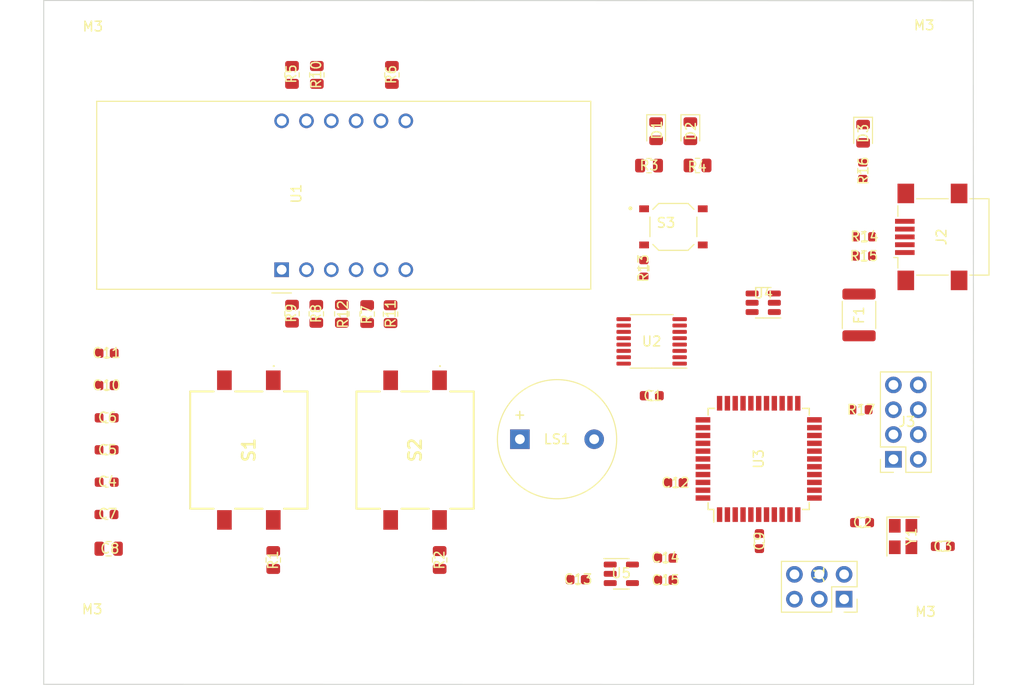
<source format=kicad_pcb>
(kicad_pcb (version 20221018) (generator pcbnew)
  (layers (0 "F.Cu" signal) (31 "B.Cu" signal) (34 "B.Paste" user) (35 "F.Paste" user) (36 "B.SilkS" user "B.Silkscreen") (37 "F.SilkS" user "F.Silkscreen") (38 "B.Mask" user) (39 "F.Mask" user) (44 "Edge.Cuts" user))
  (net 0 "")
  (net 1 "+5V")
  (net 2 "GND")
  (net 3 "XTAL1")
  (net 4 "XTAL2")
  (net 5 "/UCAP")
  (net 6 "/AREF")
  (net 7 "+3.3V")
  (net 8 "Net-(U5-BP)")
  (net 9 "Net-(D1-A)")
  (net 10 "Net-(D2-A)")
  (net 11 "Net-(D3-A)")
  (net 12 "Net-(J2-VBUS)")
  (net 13 "MISO")
  (net 14 "SCK")
  (net 15 "MOSI")
  (net 16 "RST")
  (net 17 "Net-(J2-D-)")
  (net 18 "Net-(J2-D+)")
  (net 21 "TX")
  (net 23 "Net-(J3-Pin_5)")
  (net 24 "RX")
  (net 25 "Buzzer")
  (net 26 "Button_1")
  (net 27 "Button_2")
  (net 28 "RED_LED")
  (net 29 "GREEN_LED")
  (net 30 "a")
  (net 31 "Net-(U1-a)")
  (net 32 "b")
  (net 33 "Net-(U1-b)")
  (net 34 "c")
  (net 35 "Net-(U1-c)")
  (net 36 "d")
  (net 37 "Net-(U1-d)")
  (net 38 "e")
  (net 39 "Net-(U1-e)")
  (net 40 "f")
  (net 41 "Net-(U1-f)")
  (net 42 "g")
  (net 43 "Net-(U1-g)")
  (net 44 "dp")
  (net 45 "Net-(U1-DPX)")
  (net 46 "USB_CONN_D+")
  (net 47 "USB_CONN_D-")
  (net 52 "Dig4")
  (net 53 "Dig3")
  (net 54 "Dig2")
  (net 55 "Dig1")
  (net 57 "SH_CP")
  (net 58 "ST_CP")
  (net 59 "DS")
  (net 60 "USB_D-")
  (net 61 "USB_D+")
  (footprint "Capacitor_SMD:C_0603_1608Metric" (layer "F.Cu") (at 88.988459 84.730174)
    (fp_text reference "C15" (at 0.027356 0.003705) (layer "F.SilkS"))
    (fp_text value "10nF")
    (fp_line (start -0.14058 -0.51) (end 0.14058 -0.51) (stroke (width 0.12)) (layer "F.SilkS"))
    (fp_line (start -0.14058 0.51) (end 0.14058 0.51) (stroke (width 0.12)) (layer "F.SilkS"))
    (pad "1" smd roundrect (at -0.775 0) (size 0.9 0.95) (layers "F.Cu" "F.Paste" "F.Mask") (net 8 "Net-(U5-BP)"))
    (pad "2" smd roundrect (at 0.775 0) (size 0.9 0.95) (layers "F.Cu" "F.Paste" "F.Mask") (net 2 "GND"))
  )
  (footprint "Resistor_SMD:R_0805_2012Metric" (layer "F.Cu") (at 87.320311 42.303566)
    (fp_text reference "R3" (at 0.012748 -0.017732) (layer "F.SilkS"))
    (fp_text value "330")
    (fp_line (start -0.227064 -0.735) (end 0.227064 -0.735) (stroke (width 0.12)) (layer "F.SilkS"))
    (fp_line (start -0.227064 0.735) (end 0.227064 0.735) (stroke (width 0.12)) (layer "F.SilkS"))
    (pad "1" smd roundrect (at -0.9125 0) (size 1.025 1.4) (layers "F.Cu" "F.Paste" "F.Mask") (roundrect_rratio 0.243902) (net 28 "RED_LED"))
    (pad "2" smd roundrect (at 0.9125 0) (size 1.025 1.4) (layers "F.Cu" "F.Paste" "F.Mask") (roundrect_rratio 0.243902) (net 9 "Net-(D1-A)"))
  )
  (footprint "Buzzer_Beeper:Buzzer_12x9.5RM7.6" (layer "F.Cu") (at 74.109902 70.311682)
    (fp_text reference "LS1" (at 3.8 0) (layer "F.SilkS"))
    (fp_text value "Speaker")
    (fp_text user "+" (at -0.01 -2.54) (layer "F.SilkS"))
    (fp_circle (center 3.8 0) (end 9.9 0) (stroke (width 0.12)) (fill none) (layer "F.SilkS"))
    (pad "1" thru_hole rect (at 0 0) (size 2 2) (drill 1) (layers "*.Cu" "*.Mask") (net 25 "Buzzer"))
    (pad "2" thru_hole circle (at 7.6 0) (size 2 2) (drill 1) (layers "*.Cu" "*.Mask") (net 2 "GND"))
  )
  (footprint "Package_TO_SOT_SMD:SOT-23-6" (layer "F.Cu") (at 99.002842 56.34258 180)
    (fp_text reference "U4" (at 0 0.95) (layer "F.SilkS"))
    (fp_text value "USBLC6-2SC6")
    (fp_line (start 0 -1.56) (end -1.8 -1.56) (stroke (width 0.12)) (layer "F.SilkS"))
    (fp_line (start 0 -1.56) (end 0.8 -1.56) (stroke (width 0.12)) (layer "F.SilkS"))
    (fp_line (start 0 1.56) (end -0.8 1.56) (stroke (width 0.12)) (layer "F.SilkS"))
    (fp_line (start 0 1.56) (end 0.8 1.56) (stroke (width 0.12)) (layer "F.SilkS"))
    (pad "1" smd roundrect (at -1.1375 -0.95 180) (size 1.325 0.6) (layers "F.Cu" "F.Paste" "F.Mask") (net 47 "USB_CONN_D-"))
    (pad "2" smd roundrect (at -1.1375 0 180) (size 1.325 0.6) (layers "F.Cu" "F.Paste" "F.Mask") (net 2 "GND"))
    (pad "3" smd roundrect (at -1.1375 0.95 180) (size 1.325 0.6) (layers "F.Cu" "F.Paste" "F.Mask") (net 46 "USB_CONN_D+"))
    (pad "4" smd roundrect (at 1.1375 0.95 180) (size 1.325 0.6) (layers "F.Cu" "F.Paste" "F.Mask") (net 61 "USB_D+"))
    (pad "5" smd roundrect (at 1.1375 0 180) (size 1.325 0.6) (layers "F.Cu" "F.Paste" "F.Mask") (net 1 "+5V"))
    (pad "6" smd roundrect (at 1.1375 -0.95 180) (size 1.325 0.6) (layers "F.Cu" "F.Paste" "F.Mask") (net 60 "USB_D-"))
  )
  (footprint "Package_TO_SOT_SMD:SOT-23-5" (layer "F.Cu") (at 84.487169 84.089819)
    (fp_text reference "U5" (at -0.018796 -0.072415) (layer "F.SilkS"))
    (fp_text value "LP2985-3.3")
    (fp_line (start 0 -1.56) (end -1.8 -1.56) (stroke (width 0.12)) (layer "F.SilkS"))
    (fp_line (start 0 -1.56) (end 0.8 -1.56) (stroke (width 0.12)) (layer "F.SilkS"))
    (fp_line (start 0 1.56) (end -0.8 1.56) (stroke (width 0.12)) (layer "F.SilkS"))
    (fp_line (start 0 1.56) (end 0.8 1.56) (stroke (width 0.12)) (layer "F.SilkS"))
    (pad "1" smd roundrect (at -1.1375 -0.95) (size 1.325 0.6) (layers "F.Cu" "F.Paste" "F.Mask") (net 1 "+5V"))
    (pad "2" smd roundrect (at -1.1375 0) (size 1.325 0.6) (layers "F.Cu" "F.Paste" "F.Mask") (net 2 "GND"))
    (pad "3" smd roundrect (at -1.1375 0.95) (size 1.325 0.6) (layers "F.Cu" "F.Paste" "F.Mask") (net 1 "+5V"))
    (pad "4" smd roundrect (at 1.1375 0.95) (size 1.325 0.6) (layers "F.Cu" "F.Paste" "F.Mask") (net 8 "Net-(U5-BP)"))
    (pad "5" smd roundrect (at 1.1375 -0.95) (size 1.325 0.6) (layers "F.Cu" "F.Paste" "F.Mask") (net 7 "+3.3V"))
  )
  (footprint "Fuse:Fuse_1812_4532Metric" (layer "F.Cu") (at 108.801787 57.590739 -90)
    (fp_text reference "F1" (at 0.028988 0 90) (layer "F.SilkS"))
    (fp_text value "PTCSMD")
    (fp_line (start -1.386252 -1.71) (end 1.386252 -1.71) (stroke (width 0.12)) (layer "F.SilkS"))
    (fp_line (start -1.386252 1.71) (end 1.386252 1.71) (stroke (width 0.12)) (layer "F.SilkS"))
    (pad "1" smd roundrect (at -2.1375 0 270) (size 1.125 3.4) (layers "F.Cu" "F.Paste" "F.Mask") (roundrect_rratio 0.222222) (net 12 "Net-(J2-VBUS)"))
    (pad "2" smd roundrect (at 2.1375 0 270) (size 1.125 3.4) (layers "F.Cu" "F.Paste" "F.Mask") (roundrect_rratio 0.222222) (net 1 "+5V"))
  )
  (footprint "Capacitor_SMD:C_0603_1608Metric" (layer "F.Cu") (at 80.020048 84.689567 180)
    (fp_text reference "C13" (at -0.044457 0.049154) (layer "F.SilkS"))
    (fp_text value "1uF")
    (fp_line (start -0.14058 -0.51) (end 0.14058 -0.51) (stroke (width 0.12)) (layer "F.SilkS"))
    (fp_line (start -0.14058 0.51) (end 0.14058 0.51) (stroke (width 0.12)) (layer "F.SilkS"))
    (pad "1" smd roundrect (at -0.775 0 180) (size 0.9 0.95) (layers "F.Cu" "F.Paste" "F.Mask") (net 1 "+5V"))
    (pad "2" smd roundrect (at 0.775 0 180) (size 0.9 0.95) (layers "F.Cu" "F.Paste" "F.Mask") (net 2 "GND"))
  )
  (footprint "MountingHole:MountingHole_3.2mm_M3" (layer "F.Cu") (at 115.467823 30.460853)
    (fp_text reference "M3" (at 0 -2.520853) (layer "F.SilkS"))
    (fp_text value "MountingHole_3.2mm_M3")
    (pad "" np_thru_hole circle (at 0 0) (size 3.2 3.2) (drill 3.2) (layers "*.Cu" "*.Mask"))
  )
  (footprint "Resistor_SMD:R_0805_2012Metric" (layer "F.Cu") (at 50.797336 33.02 90)
    (fp_text reference "R5" (at 0.102432 -0.065019 90) (layer "F.SilkS"))
    (fp_text value "100")
    (fp_line (start -0.227064 -0.735) (end 0.227064 -0.735) (stroke (width 0.12)) (layer "F.SilkS"))
    (fp_line (start -0.227064 0.735) (end 0.227064 0.735) (stroke (width 0.12)) (layer "F.SilkS"))
    (pad "1" smd roundrect (at -0.9125 0 90) (size 1.025 1.4) (layers "F.Cu" "F.Paste" "F.Mask") (roundrect_rratio 0.243902) (net 30 "a"))
    (pad "2" smd roundrect (at 0.9125 0 90) (size 1.025 1.4) (layers "F.Cu" "F.Paste" "F.Mask") (roundrect_rratio 0.243902) (net 31 "Net-(U1-a)"))
  )
  (footprint "Package_SO:TSSOP-16_4.4x5mm_P0.65mm" (layer "F.Cu") (at 87.590104 60.297734 180)
    (fp_text reference "U2" (at 0 0) (layer "F.SilkS"))
    (fp_text value "74HC595")
    (fp_line (start 0 -2.735) (end -3.6 -2.735) (stroke (width 0.12)) (layer "F.SilkS"))
    (fp_line (start 0 -2.735) (end 2.2 -2.735) (stroke (width 0.12)) (layer "F.SilkS"))
    (fp_line (start 0 2.735) (end -2.2 2.735) (stroke (width 0.12)) (layer "F.SilkS"))
    (fp_line (start 0 2.735) (end 2.2 2.735) (stroke (width 0.12)) (layer "F.SilkS"))
    (pad "1" smd roundrect (at -2.8625 -2.275 180) (size 1.475 0.4) (layers "F.Cu" "F.Paste" "F.Mask") (net 32 "b"))
    (pad "2" smd roundrect (at -2.8625 -1.625 180) (size 1.475 0.4) (layers "F.Cu" "F.Paste" "F.Mask") (net 34 "c"))
    (pad "3" smd roundrect (at -2.8625 -0.975 180) (size 1.475 0.4) (layers "F.Cu" "F.Paste" "F.Mask") (net 36 "d"))
    (pad "4" smd roundrect (at -2.8625 -0.325 180) (size 1.475 0.4) (layers "F.Cu" "F.Paste" "F.Mask") (net 38 "e"))
    (pad "5" smd roundrect (at -2.8625 0.325 180) (size 1.475 0.4) (layers "F.Cu" "F.Paste" "F.Mask") (net 40 "f"))
    (pad "6" smd roundrect (at -2.8625 0.975 180) (size 1.475 0.4) (layers "F.Cu" "F.Paste" "F.Mask") (net 42 "g"))
    (pad "7" smd roundrect (at -2.8625 1.625 180) (size 1.475 0.4) (layers "F.Cu" "F.Paste" "F.Mask") (net 44 "dp"))
    (pad "8" smd roundrect (at -2.8625 2.275 180) (size 1.475 0.4) (layers "F.Cu" "F.Paste" "F.Mask") (net 2 "GND"))
    (pad "9" smd roundrect (at 2.8625 2.275 180) (size 1.475 0.4) (layers "F.Cu" "F.Paste" "F.Mask"))
    (pad "10" smd roundrect (at 2.8625 1.625 180) (size 1.475 0.4) (layers "F.Cu" "F.Paste" "F.Mask") (net 1 "+5V"))
    (pad "11" smd roundrect (at 2.8625 0.975 180) (size 1.475 0.4) (layers "F.Cu" "F.Paste" "F.Mask") (net 57 "SH_CP"))
    (pad "12" smd roundrect (at 2.8625 0.325 180) (size 1.475 0.4) (layers "F.Cu" "F.Paste" "F.Mask") (net 58 "ST_CP"))
    (pad "13" smd roundrect (at 2.8625 -0.325 180) (size 1.475 0.4) (layers "F.Cu" "F.Paste" "F.Mask") (net 2 "GND"))
    (pad "14" smd roundrect (at 2.8625 -0.975 180) (size 1.475 0.4) (layers "F.Cu" "F.Paste" "F.Mask") (net 59 "DS"))
    (pad "15" smd roundrect (at 2.8625 -1.625 180) (size 1.475 0.4) (layers "F.Cu" "F.Paste" "F.Mask") (net 30 "a"))
    (pad "16" smd roundrect (at 2.8625 -2.275 180) (size 1.475 0.4) (layers "F.Cu" "F.Paste" "F.Mask") (net 1 "+5V"))
  )
  (footprint "Capacitor_SMD:C_0603_1608Metric" (layer "F.Cu") (at 31.83746 61.50807)
    (fp_text reference "C11" (at -0.017521 -0.030858) (layer "F.SilkS"))
    (fp_text value "0.1uF")
    (fp_line (start -0.14058 -0.51) (end 0.14058 -0.51) (stroke (width 0.12)) (layer "F.SilkS"))
    (fp_line (start -0.14058 0.51) (end 0.14058 0.51) (stroke (width 0.12)) (layer "F.SilkS"))
    (pad "1" smd roundrect (at -0.775 0) (size 0.9 0.95) (layers "F.Cu" "F.Paste" "F.Mask") (net 1 "+5V"))
    (pad "2" smd roundrect (at 0.775 0) (size 0.9 0.95) (layers "F.Cu" "F.Paste" "F.Mask") (net 2 "GND"))
  )
  (footprint "Capacitor_SMD:C_0805_2012Metric" (layer "F.Cu") (at 32.041463 81.522557)
    (fp_text reference "C8" (at 0.123652 -0.008905) (layer "F.SilkS"))
    (fp_text value "10uF")
    (fp_line (start -0.261252 -0.735) (end 0.261252 -0.735) (stroke (width 0.12)) (layer "F.SilkS"))
    (fp_line (start -0.261252 0.735) (end 0.261252 0.735) (stroke (width 0.12)) (layer "F.SilkS"))
    (pad "1" smd roundrect (at -0.95 0) (size 1 1.45) (layers "F.Cu" "F.Paste" "F.Mask") (net 1 "+5V"))
    (pad "2" smd roundrect (at 0.95 0) (size 1 1.45) (layers "F.Cu" "F.Paste" "F.Mask") (net 2 "GND"))
  )
  (footprint "MountingHole:MountingHole_3.2mm_M3" (layer "F.Cu") (at 30.421218 30.409462)
    (fp_text reference "M3" (at 0.006408 -2.34685) (layer "F.SilkS"))
    (fp_text value "MountingHole_3.2mm_M3")
    (pad "" np_thru_hole circle (at 0 0) (size 3.2 3.2) (drill 3.2) (layers "*.Cu" "*.Mask"))
  )
  (footprint "Resistor_SMD:R_0603_1608Metric" (layer "F.Cu") (at 109.306738 51.558626 180)
    (fp_text reference "R15" (at 0 0) (layer "F.SilkS"))
    (fp_text value "22")
    (fp_line (start -0.237258 -0.5225) (end 0.237258 -0.5225) (stroke (width 0.12)) (layer "F.SilkS"))
    (fp_line (start -0.237258 0.5225) (end 0.237258 0.5225) (stroke (width 0.12)) (layer "F.SilkS"))
    (pad "1" smd roundrect (at -0.825 0 180) (size 0.8 0.95) (layers "F.Cu" "F.Paste" "F.Mask") (net 17 "Net-(J2-D-)"))
    (pad "2" smd roundrect (at 0.825 0 180) (size 0.8 0.95) (layers "F.Cu" "F.Paste" "F.Mask") (net 47 "USB_CONN_D-"))
  )
  (footprint "Capacitor_SMD:C_0603_1608Metric" (layer "F.Cu") (at 90.021553 74.767648 180)
    (fp_text reference "C12" (at 0 0) (layer "F.SilkS"))
    (fp_text value "0.1uF")
    (fp_line (start -0.14058 -0.51) (end 0.14058 -0.51) (stroke (width 0.12)) (layer "F.SilkS"))
    (fp_line (start -0.14058 0.51) (end 0.14058 0.51) (stroke (width 0.12)) (layer "F.SilkS"))
    (pad "1" smd roundrect (at -0.775 0 180) (size 0.9 0.95) (layers "F.Cu" "F.Paste" "F.Mask") (net 6 "/AREF"))
    (pad "2" smd roundrect (at 0.775 0 180) (size 0.9 0.95) (layers "F.Cu" "F.Paste" "F.Mask") (net 2 "GND"))
  )
  (footprint "Capacitor_SMD:C_0603_1608Metric" (layer "F.Cu") (at 98.612337 80.742923 -90)
    (fp_text reference "C9" (at 0 0 90) (layer "F.SilkS"))
    (fp_text value "1uF")
    (fp_line (start -0.14058 -0.51) (end 0.14058 -0.51) (stroke (width 0.12)) (layer "F.SilkS"))
    (fp_line (start -0.14058 0.51) (end 0.14058 0.51) (stroke (width 0.12)) (layer "F.SilkS"))
    (pad "1" smd roundrect (at -0.775 0 270) (size 0.9 0.95) (layers "F.Cu" "F.Paste" "F.Mask") (net 5 "/UCAP"))
    (pad "2" smd roundrect (at 0.775 0 270) (size 0.9 0.95) (layers "F.Cu" "F.Paste" "F.Mask") (net 2 "GND"))
  )
  (footprint "Resistor_SMD:R_0805_2012Metric" (layer "F.Cu") (at 53.34 33.02 90)
    (fp_text reference "R10" (at 0.027782 -0.069892 90) (layer "F.SilkS"))
    (fp_text value "100")
    (fp_line (start -0.227064 -0.735) (end 0.227064 -0.735) (stroke (width 0.12)) (layer "F.SilkS"))
    (fp_line (start -0.227064 0.735) (end 0.227064 0.735) (stroke (width 0.12)) (layer "F.SilkS"))
    (pad "1" smd roundrect (at -0.9125 0 90) (size 1.025 1.4) (layers "F.Cu" "F.Paste" "F.Mask") (roundrect_rratio 0.243902) (net 40 "f"))
    (pad "2" smd roundrect (at 0.9125 0 90) (size 1.025 1.4) (layers "F.Cu" "F.Paste" "F.Mask") (roundrect_rratio 0.243902) (net 41 "Net-(U1-f)"))
  )
  (footprint "Capacitor_SMD:C_0603_1608Metric" (layer "F.Cu") (at 88.988459 82.477179)
    (fp_text reference "C14" (at 0.011114 -0.044456) (layer "F.SilkS"))
    (fp_text value "2.2uF")
    (fp_line (start -0.14058 -0.51) (end 0.14058 -0.51) (stroke (width 0.12)) (layer "F.SilkS"))
    (fp_line (start -0.14058 0.51) (end 0.14058 0.51) (stroke (width 0.12)) (layer "F.SilkS"))
    (pad "1" smd roundrect (at -0.775 0) (size 0.9 0.95) (layers "F.Cu" "F.Paste" "F.Mask") (net 7 "+3.3V"))
    (pad "2" smd roundrect (at 0.775 0) (size 0.9 0.95) (layers "F.Cu" "F.Paste" "F.Mask") (net 2 "GND"))
  )
  (footprint "Resistor_SMD:R_0805_2012Metric" (layer "F.Cu") (at 60.880007 57.5075 -90)
    (fp_text reference "R11" (at -0.029895 -0.006015 90) (layer "F.SilkS"))
    (fp_text value "100")
    (fp_line (start -0.227064 -0.735) (end 0.227064 -0.735) (stroke (width 0.12)) (layer "F.SilkS"))
    (fp_line (start -0.227064 0.735) (end 0.227064 0.735) (stroke (width 0.12)) (layer "F.SilkS"))
    (pad "1" smd roundrect (at -0.9125 0 270) (size 1.025 1.4) (layers "F.Cu" "F.Paste" "F.Mask") (roundrect_rratio 0.243902) (net 42 "g"))
    (pad "2" smd roundrect (at 0.9125 0 270) (size 1.025 1.4) (layers "F.Cu" "F.Paste" "F.Mask") (roundrect_rratio 0.243902) (net 43 "Net-(U1-g)"))
  )
  (footprint "Resistor_SMD:R_0603_1608Metric" (layer "F.Cu") (at 109.306738 49.590938 180)
    (fp_text reference "R14" (at -0.053992 0.027659) (layer "F.SilkS"))
    (fp_text value "22")
    (fp_line (start -0.237258 -0.5225) (end 0.237258 -0.5225) (stroke (width 0.12)) (layer "F.SilkS"))
    (fp_line (start -0.237258 0.5225) (end 0.237258 0.5225) (stroke (width 0.12)) (layer "F.SilkS"))
    (pad "1" smd roundrect (at -0.825 0 180) (size 0.8 0.95) (layers "F.Cu" "F.Paste" "F.Mask") (net 18 "Net-(J2-D+)"))
    (pad "2" smd roundrect (at 0.825 0 180) (size 0.8 0.95) (layers "F.Cu" "F.Paste" "F.Mask") (net 46 "USB_CONN_D+"))
  )
  (footprint "Capacitor_SMD:C_0603_1608Metric" (layer "F.Cu") (at 87.600841 65.860805)
    (fp_text reference "C1" (at 0.118719 0.011134) (layer "F.SilkS"))
    (fp_text value "0.1u")
    (fp_line (start -0.14058 -0.51) (end 0.14058 -0.51) (stroke (width 0.12)) (layer "F.SilkS"))
    (fp_line (start -0.14058 0.51) (end 0.14058 0.51) (stroke (width 0.12)) (layer "F.SilkS"))
    (pad "1" smd roundrect (at -0.775 0) (size 0.9 0.95) (layers "F.Cu" "F.Paste" "F.Mask") (net 1 "+5V"))
    (pad "2" smd roundrect (at 0.775 0) (size 0.9 0.95) (layers "F.Cu" "F.Paste" "F.Mask") (net 2 "GND"))
  )
  (footprint "Capacitor_SMD:C_0603_1608Metric" (layer "F.Cu") (at 31.831692 71.398964)
    (fp_text reference "C5" (at 0.092016 0.012887) (layer "F.SilkS"))
    (fp_text value "0.1uF")
    (fp_line (start -0.14058 -0.51) (end 0.14058 -0.51) (stroke (width 0.12)) (layer "F.SilkS"))
    (fp_line (start -0.14058 0.51) (end 0.14058 0.51) (stroke (width 0.12)) (layer "F.SilkS"))
    (pad "1" smd roundrect (at -0.775 0) (size 0.9 0.95) (layers "F.Cu" "F.Paste" "F.Mask") (net 1 "+5V"))
    (pad "2" smd roundrect (at 0.775 0) (size 0.9 0.95) (layers "F.Cu" "F.Paste" "F.Mask") (net 2 "GND"))
  )
  (footprint "Capacitor_SMD:C_0603_1608Metric" (layer "F.Cu") (at 31.839056 68.123842)
    (fp_text reference "C6" (at 0.087719 -0.042955) (layer "F.SilkS"))
    (fp_text value "0.1uF")
    (fp_line (start -0.14058 -0.51) (end 0.14058 -0.51) (stroke (width 0.12)) (layer "F.SilkS"))
    (fp_line (start -0.14058 0.51) (end 0.14058 0.51) (stroke (width 0.12)) (layer "F.SilkS"))
    (pad "1" smd roundrect (at -0.775 0) (size 0.9 0.95) (layers "F.Cu" "F.Paste" "F.Mask") (net 1 "+5V"))
    (pad "2" smd roundrect (at 0.775 0) (size 0.9 0.95) (layers "F.Cu" "F.Paste" "F.Mask") (net 2 "GND"))
  )
  (footprint "Capacitor_SMD:C_0603_1608Metric" (layer "F.Cu") (at 109.114412 78.851479)
    (fp_text reference "C2" (at 0.038144 -0.019241) (layer "F.SilkS"))
    (fp_text value "22p")
    (fp_line (start -0.14058 -0.51) (end 0.14058 -0.51) (stroke (width 0.12)) (layer "F.SilkS"))
    (fp_line (start -0.14058 0.51) (end 0.14058 0.51) (stroke (width 0.12)) (layer "F.SilkS"))
    (pad "1" smd roundrect (at -0.775 0) (size 0.9 0.95) (layers "F.Cu" "F.Paste" "F.Mask") (net 2 "GND"))
    (pad "2" smd roundrect (at 0.775 0) (size 0.9 0.95) (layers "F.Cu" "F.Paste" "F.Mask") (net 3 "XTAL1"))
  )
  (footprint "Connector_PinSocket_2.54mm:PinSocket_2x04_P2.54mm_Vertical" (layer "F.Cu") (at 112.321169 72.374111 180)
    (fp_text reference "J3" (at -1.385323 3.838821) (layer "F.SilkS"))
    (fp_text value "ESP_Conn")
    (fp_line (start -3.87 -1.33) (end -3.87 8.95) (stroke (width 0.12)) (layer "F.SilkS"))
    (fp_line (start -3.87 -1.33) (end -1.27 -1.33) (stroke (width 0.12)) (layer "F.SilkS"))
    (fp_line (start -3.87 8.95) (end 1.33 8.95) (stroke (width 0.12)) (layer "F.SilkS"))
    (fp_line (start -1.27 -1.33) (end -1.27 1.27) (stroke (width 0.12)) (layer "F.SilkS"))
    (fp_line (start -1.27 1.27) (end 1.33 1.27) (stroke (width 0.12)) (layer "F.SilkS"))
    (fp_line (start 0 -1.33) (end 1.33 -1.33) (stroke (width 0.12)) (layer "F.SilkS"))
    (fp_line (start 1.33 -1.33) (end 1.33 0) (stroke (width 0.12)) (layer "F.SilkS"))
    (fp_line (start 1.33 1.27) (end 1.33 8.95) (stroke (width 0.12)) (layer "F.SilkS"))
    (pad "1" thru_hole rect (at 0 0 180) (size 1.7 1.7) (drill 1) (layers "*.Cu" "*.Mask") (net 2 "GND"))
    (pad "2" thru_hole oval (at -2.54 0 180) (size 1.7 1.7) (drill 1) (layers "*.Cu" "*.Mask") (net 21 "TX"))
    (pad "3" thru_hole oval (at 0 2.54 180) (size 1.7 1.7) (drill 1) (layers "*.Cu" "*.Mask"))
    (pad "4" thru_hole oval (at -2.54 2.54 180) (size 1.7 1.7) (drill 1) (layers "*.Cu" "*.Mask") (net 7 "+3.3V"))
    (pad "5" thru_hole oval (at 0 5.08 180) (size 1.7 1.7) (drill 1) (layers "*.Cu" "*.Mask") (net 23 "Net-(J3-Pin_5)"))
    (pad "6" thru_hole oval (at -2.54 5.08 180) (size 1.7 1.7) (drill 1) (layers "*.Cu" "*.Mask") (net 7 "+3.3V"))
    (pad "7" thru_hole oval (at 0 7.62 180) (size 1.7 1.7) (drill 1) (layers "*.Cu" "*.Mask") (net 24 "RX"))
    (pad "8" thru_hole oval (at -2.54 7.62 180) (size 1.7 1.7) (drill 1) (layers "*.Cu" "*.Mask") (net 7 "+3.3V"))
  )
  (footprint "Resistor_SMD:R_0603_1608Metric" (layer "F.Cu") (at 108.956169 67.294111)
    (fp_text reference "R17" (at 0.055328 0) (layer "F.SilkS"))
    (fp_text value "10k")
    (fp_line (start -0.237258 -0.5225) (end 0.237258 -0.5225) (stroke (width 0.12)) (layer "F.SilkS"))
    (fp_line (start -0.237258 0.5225) (end 0.237258 0.5225) (stroke (width 0.12)) (layer "F.SilkS"))
    (pad "1" smd roundrect (at -0.825 0) (size 0.8 0.95) (layers "F.Cu" "F.Paste" "F.Mask") (net 7 "+3.3V"))
    (pad "2" smd roundrect (at 0.825 0) (size 0.8 0.95) (layers "F.Cu" "F.Paste" "F.Mask") (net 23 "Net-(J3-Pin_5)"))
  )
  (footprint "Capacitor_SMD:C_0603_1608Metric" (layer "F.Cu") (at 31.824663 64.814018)
    (fp_text reference "C10" (at 0.001809 -0.02713) (layer "F.SilkS"))
    (fp_text value "0.1uF")
    (fp_line (start -0.14058 -0.51) (end 0.14058 -0.51) (stroke (width 0.12)) (layer "F.SilkS"))
    (fp_line (start -0.14058 0.51) (end 0.14058 0.51) (stroke (width 0.12)) (layer "F.SilkS"))
    (pad "1" smd roundrect (at -0.775 0) (size 0.9 0.95) (layers "F.Cu" "F.Paste" "F.Mask") (net 1 "+5V"))
    (pad "2" smd roundrect (at 0.775 0) (size 0.9 0.95) (layers "F.Cu" "F.Paste" "F.Mask") (net 2 "GND"))
  )
  (footprint "Resistor_SMD:R_0805_2012Metric" (layer "F.Cu") (at 48.881339 82.678725 -90)
    (fp_text reference "R1" (at 0 0.023881 90) (layer "F.SilkS"))
    (fp_text value "10k")
    (fp_line (start -0.227064 -0.735) (end 0.227064 -0.735) (stroke (width 0.12)) (layer "F.SilkS"))
    (fp_line (start -0.227064 0.735) (end 0.227064 0.735) (stroke (width 0.12)) (layer "F.SilkS"))
    (pad "1" smd roundrect (at -0.9125 0 270) (size 1.025 1.4) (layers "F.Cu" "F.Paste" "F.Mask") (roundrect_rratio 0.243902) (net 26 "Button_1"))
    (pad "2" smd roundrect (at 0.9125 0 270) (size 1.025 1.4) (layers "F.Cu" "F.Paste" "F.Mask") (roundrect_rratio 0.243902) (net 2 "GND"))
  )
  (footprint "Resistor_SMD:R_0805_2012Metric" (layer "F.Cu") (at 58.487986 57.498569 -90)
    (fp_text reference "R7" (at 0.077656 0.05479 90) (layer "F.SilkS"))
    (fp_text value "100")
    (fp_line (start -0.227064 -0.735) (end 0.227064 -0.735) (stroke (width 0.12)) (layer "F.SilkS"))
    (fp_line (start -0.227064 0.735) (end 0.227064 0.735) (stroke (width 0.12)) (layer "F.SilkS"))
    (pad "1" smd roundrect (at -0.9125 0 270) (size 1.025 1.4) (layers "F.Cu" "F.Paste" "F.Mask") (roundrect_rratio 0.243902) (net 34 "c"))
    (pad "2" smd roundrect (at 0.9125 0 270) (size 1.025 1.4) (layers "F.Cu" "F.Paste" "F.Mask") (roundrect_rratio 0.243902) (net 35 "Net-(U1-c)"))
  )
  (footprint "Package_QFP:TQFP-44_10x10mm_P0.8mm" (layer "F.Cu") (at 98.537713 72.330628 90)
    (fp_text reference "U3" (at 0 0 90) (layer "F.SilkS"))
    (fp_text value "ATmega32U4-A")
    (fp_line (start -5.175 -5.175) (end -5.175 -4.6) (stroke (width 0.15)) (layer "F.SilkS"))
    (fp_line (start -5.175 -5.175) (end -4.5 -5.175) (stroke (width 0.15)) (layer "F.SilkS"))
    (fp_line (start -5.175 -4.6) (end -6.45 -4.6) (stroke (width 0.15)) (layer "F.SilkS"))
    (fp_line (start -5.175 5.175) (end -5.175 4.5) (stroke (width 0.15)) (layer "F.SilkS"))
    (fp_line (start -5.175 5.175) (end -4.5 5.175) (stroke (width 0.15)) (layer "F.SilkS"))
    (fp_line (start 5.175 -5.175) (end 4.5 -5.175) (stroke (width 0.15)) (layer "F.SilkS"))
    (fp_line (start 5.175 -5.175) (end 5.175 -4.5) (stroke (width 0.15)) (layer "F.SilkS"))
    (fp_line (start 5.175 5.175) (end 4.5 5.175) (stroke (width 0.15)) (layer "F.SilkS"))
    (fp_line (start 5.175 5.175) (end 5.175 4.5) (stroke (width 0.15)) (layer "F.SilkS"))
    (pad "1" smd rect (at -5.7 -4 90) (size 1.5 0.55) (layers "F.Cu" "F.Paste" "F.Mask") (net 57 "SH_CP"))
    (pad "2" smd rect (at -5.7 -3.2 90) (size 1.5 0.55) (layers "F.Cu" "F.Paste" "F.Mask") (net 1 "+5V"))
    (pad "3" smd rect (at -5.7 -2.4 90) (size 1.5 0.55) (layers "F.Cu" "F.Paste" "F.Mask") (net 60 "USB_D-"))
    (pad "4" smd rect (at -5.7 -1.6 90) (size 1.5 0.55) (layers "F.Cu" "F.Paste" "F.Mask") (net 61 "USB_D+"))
    (pad "5" smd rect (at -5.7 -0.8 90) (size 1.5 0.55) (layers "F.Cu" "F.Paste" "F.Mask") (net 2 "GND"))
    (pad "6" smd rect (at -5.7 0 90) (size 1.5 0.55) (layers "F.Cu" "F.Paste" "F.Mask") (net 5 "/UCAP"))
    (pad "7" smd rect (at -5.7 0.8 90) (size 1.5 0.55) (layers "F.Cu" "F.Paste" "F.Mask") (net 1 "+5V"))
    (pad "8" smd rect (at -5.7 1.6 90) (size 1.5 0.55) (layers "F.Cu" "F.Paste" "F.Mask"))
    (pad "9" smd rect (at -5.7 2.4 90) (size 1.5 0.55) (layers "F.Cu" "F.Paste" "F.Mask") (net 14 "SCK"))
    (pad "10" smd rect (at -5.7 3.2 90) (size 1.5 0.55) (layers "F.Cu" "F.Paste" "F.Mask") (net 15 "MOSI"))
    (pad "11" smd rect (at -5.7 4 90) (size 1.5 0.55) (layers "F.Cu" "F.Paste" "F.Mask") (net 13 "MISO"))
    (pad "12" smd rect (at -4 5.7 180) (size 1.5 0.55) (layers "F.Cu" "F.Paste" "F.Mask") (net 53 "Dig3"))
    (pad "13" smd rect (at -3.2 5.7 180) (size 1.5 0.55) (layers "F.Cu" "F.Paste" "F.Mask") (net 16 "RST"))
    (pad "14" smd rect (at -2.4 5.7 180) (size 1.5 0.55) (layers "F.Cu" "F.Paste" "F.Mask") (net 1 "+5V"))
    (pad "15" smd rect (at -1.6 5.7 180) (size 1.5 0.55) (layers "F.Cu" "F.Paste" "F.Mask") (net 2 "GND"))
    (pad "16" smd rect (at -0.8 5.7 180) (size 1.5 0.55) (layers "F.Cu" "F.Paste" "F.Mask") (net 4 "XTAL2"))
    (pad "17" smd rect (at 0 5.7 180) (size 1.5 0.55) (layers "F.Cu" "F.Paste" "F.Mask") (net 3 "XTAL1"))
    (pad "18" smd rect (at 0.8 5.7 180) (size 1.5 0.55) (layers "F.Cu" "F.Paste" "F.Mask") (net 27 "Button_2"))
    (pad "19" smd rect (at 1.6 5.7 180) (size 1.5 0.55) (layers "F.Cu" "F.Paste" "F.Mask") (net 26 "Button_1"))
    (pad "20" smd rect (at 2.4 5.7 180) (size 1.5 0.55) (layers "F.Cu" "F.Paste" "F.Mask") (net 21 "TX"))
    (pad "21" smd rect (at 3.2 5.7 180) (size 1.5 0.55) (layers "F.Cu" "F.Paste" "F.Mask") (net 24 "RX"))
    (pad "22" smd rect (at 4 5.7 180) (size 1.5 0.55) (layers "F.Cu" "F.Paste" "F.Mask"))
    (pad "23" smd rect (at 5.7 4 90) (size 1.5 0.55) (layers "F.Cu" "F.Paste" "F.Mask") (net 2 "GND"))
    (pad "24" smd rect (at 5.7 3.2 90) (size 1.5 0.55) (layers "F.Cu" "F.Paste" "F.Mask") (net 1 "+5V"))
    (pad "25" smd rect (at 5.7 2.4 90) (size 1.5 0.55) (layers "F.Cu" "F.Paste" "F.Mask") (net 29 "GREEN_LED"))
    (pad "26" smd rect (at 5.7 1.6 90) (size 1.5 0.55) (layers "F.Cu" "F.Paste" "F.Mask") (net 54 "Dig2"))
    (pad "27" smd rect (at 5.7 0.8 90) (size 1.5 0.55) (layers "F.Cu" "F.Paste" "F.Mask") (net 25 "Buzzer"))
    (pad "28" smd rect (at 5.7 0 90) (size 1.5 0.55) (layers "F.Cu" "F.Paste" "F.Mask") (net 58 "ST_CP"))
    (pad "29" smd rect (at 5.7 -0.8 90) (size 1.5 0.55) (layers "F.Cu" "F.Paste" "F.Mask") (net 59 "DS"))
    (pad "30" smd rect (at 5.7 -1.6 90) (size 1.5 0.55) (layers "F.Cu" "F.Paste" "F.Mask") (net 52 "Dig4"))
    (pad "31" smd rect (at 5.7 -2.4 90) (size 1.5 0.55) (layers "F.Cu" "F.Paste" "F.Mask") (net 28 "RED_LED"))
    (pad "32" smd rect (at 5.7 -3.2 90) (size 1.5 0.55) (layers "F.Cu" "F.Paste" "F.Mask") (net 55 "Dig1"))
    (pad "33" smd rect (at 5.7 -4 90) (size 1.5 0.55) (layers "F.Cu" "F.Paste" "F.Mask") (net 2 "GND"))
    (pad "34" smd rect (at 4 -5.7 180) (size 1.5 0.55) (layers "F.Cu" "F.Paste" "F.Mask") (net 1 "+5V"))
    (pad "35" smd rect (at 3.2 -5.7 180) (size 1.5 0.55) (layers "F.Cu" "F.Paste" "F.Mask") (net 2 "GND"))
    (pad "36" smd rect (at 2.4 -5.7 180) (size 1.5 0.55) (layers "F.Cu" "F.Paste" "F.Mask"))
    (pad "37" smd rect (at 1.6 -5.7 180) (size 1.5 0.55) (layers "F.Cu" "F.Paste" "F.Mask"))
    (pad "38" smd rect (at 0.8 -5.7 180) (size 1.5 0.55) (layers "F.Cu" "F.Paste" "F.Mask"))
    (pad "39" smd rect (at 0 -5.7 180) (size 1.5 0.55) (layers "F.Cu" "F.Paste" "F.Mask"))
    (pad "40" smd rect (at -0.8 -5.7 180) (size 1.5 0.55) (layers "F.Cu" "F.Paste" "F.Mask"))
    (pad "41" smd rect (at -1.6 -5.7 180) (size 1.5 0.55) (layers "F.Cu" "F.Paste" "F.Mask"))
    (pad "42" smd rect (at -2.4 -5.7 180) (size 1.5 0.55) (layers "F.Cu" "F.Paste" "F.Mask") (net 6 "/AREF"))
    (pad "43" smd rect (at -3.2 -5.7 180) (size 1.5 0.55) (layers "F.Cu" "F.Paste" "F.Mask") (net 2 "GND"))
    (pad "44" smd rect (at -4 -5.7 180) (size 1.5 0.55) (layers "F.Cu" "F.Paste" "F.Mask") (net 1 "+5V"))
  )
  (footprint "Resistor_SMD:R_0805_2012Metric" (layer "F.Cu") (at 92.28305 42.289586 180)
    (fp_text reference "R4" (at 0.037755 -0.121397) (layer "F.SilkS"))
    (fp_text value "330")
    (fp_line (start -0.227064 -0.735) (end 0.227064 -0.735) (stroke (width 0.12)) (layer "F.SilkS"))
    (fp_line (start -0.227064 0.735) (end 0.227064 0.735) (stroke (width 0.12)) (layer "F.SilkS"))
    (pad "1" smd roundrect (at -0.9125 0 180) (size 1.025 1.4) (layers "F.Cu" "F.Paste" "F.Mask") (roundrect_rratio 0.243902) (net 29 "GREEN_LED"))
    (pad "2" smd roundrect (at 0.9125 0 180) (size 1.025 1.4) (layers "F.Cu" "F.Paste" "F.Mask") (roundrect_rratio 0.243902) (net 10 "Net-(D2-A)"))
  )
  (footprint "LED_SMD:LED_0805_2012Metric" (layer "F.Cu") (at 88.047247 38.779849 -90)
    (fp_text reference "D1" (at -0.118784 -0.083059 90) (layer "F.SilkS"))
    (fp_text value "LED")
    (fp_line (start -1.685 -0.96) (end -1.685 0.96) (stroke (width 0.12)) (layer "F.SilkS"))
    (fp_line (start -1.685 0.96) (end 1 0.96) (stroke (width 0.12)) (layer "F.SilkS"))
    (fp_line (start 1 -0.96) (end -1.685 -0.96) (stroke (width 0.12)) (layer "F.SilkS"))
    (pad "1" smd roundrect (at -0.9375 0 270) (size 0.975 1.4) (layers "F.Cu" "F.Paste" "F.Mask") (net 2 "GND"))
    (pad "2" smd roundrect (at 0.9375 0 270) (size 0.975 1.4) (layers "F.Cu" "F.Paste" "F.Mask") (net 9 "Net-(D1-A)"))
  )
  (footprint "Connector_PinSocket_2.54mm:PinSocket_2x03_P2.54mm_Vertical" (layer "F.Cu") (at 107.275691 86.6885 -90)
    (fp_text reference "J1" (at -2.54 2.54 90) (layer "F.SilkS"))
    (fp_text value "AVR-ISP-6")
    (fp_line (start -3.87 -1.33) (end -3.87 6.41) (stroke (width 0.12)) (layer "F.SilkS"))
    (fp_line (start -3.87 -1.33) (end -1.27 -1.33) (stroke (width 0.12)) (layer "F.SilkS"))
    (fp_line (start -3.87 6.41) (end 1.33 6.41) (stroke (width 0.12)) (layer "F.SilkS"))
    (fp_line (start -1.27 -1.33) (end -1.27 1.27) (stroke (width 0.12)) (layer "F.SilkS"))
    (fp_line (start -1.27 1.27) (end 1.33 1.27) (stroke (width 0.12)) (layer "F.SilkS"))
    (fp_line (start 0 -1.33) (end 1.33 -1.33) (stroke (width 0.12)) (layer "F.SilkS"))
    (fp_line (start 1.33 -1.33) (end 1.33 0) (stroke (width 0.12)) (layer "F.SilkS"))
    (fp_line (start 1.33 1.27) (end 1.33 6.41) (stroke (width 0.12)) (layer "F.SilkS"))
    (pad "1" thru_hole rect (at 0 0 270) (size 1.7 1.7) (drill 1) (layers "*.Cu" "*.Mask") (net 13 "MISO"))
    (pad "2" thru_hole oval (at -2.54 0 270) (size 1.7 1.7) (drill 1) (layers "*.Cu" "*.Mask") (net 1 "+5V"))
    (pad "3" thru_hole oval (at 0 2.54 270) (size 1.7 1.7) (drill 1) (layers "*.Cu" "*.Mask") (net 14 "SCK"))
    (pad "4" thru_hole oval (at -2.54 2.54 270) (size 1.7 1.7) (drill 1) (layers "*.Cu" "*.Mask") (net 15 "MOSI"))
    (pad "5" thru_hole oval (at 0 5.08 270) (size 1.7 1.7) (drill 1) (layers "*.Cu" "*.Mask") (net 16 "RST"))
    (pad "6" thru_hole oval (at -2.54 5.08 270) (size 1.7 1.7) (drill 1) (layers "*.Cu" "*.Mask") (net 2 "GND"))
  )
  (footprint "Capacitor_SMD:C_0603_1608Metric" (layer "F.Cu") (at 117.372931 81.274544)
    (fp_text reference "C3" (at 0 0.019156) (layer "F.SilkS"))
    (fp_text value "22p")
    (fp_line (start -0.14058 -0.51) (end 0.14058 -0.51) (stroke (width 0.12)) (layer "F.SilkS"))
    (fp_line (start -0.14058 0.51) (end 0.14058 0.51) (stroke (width 0.12)) (layer "F.SilkS"))
    (pad "1" smd roundrect (at -0.775 0) (size 0.9 0.95) (layers "F.Cu" "F.Paste" "F.Mask") (net 4 "XTAL2"))
    (pad "2" smd roundrect (at 0.775 0) (size 0.9 0.95) (layers "F.Cu" "F.Paste" "F.Mask") (net 2 "GND"))
  )
  (footprint "MountingHole:MountingHole_3.2mm_M3" (layer "F.Cu") (at 115.559505 90.426315)
    (fp_text reference "M3" (at 0.041493 -2.448088) (layer "F.SilkS"))
    (fp_text value "MountingHole_3.2mm_M3")
    (pad "" np_thru_hole circle (at 0 0) (size 3.2 3.2) (drill 3.2) (layers "*.Cu" "*.Mask"))
  )
  (footprint "Capacitor_SMD:C_0603_1608Metric" (layer "F.Cu") (at 31.841602 74.708897)
    (fp_text reference "C4" (at 0.070538 -0.060137) (layer "F.SilkS"))
    (fp_text value "0.1uF")
    (fp_line (start -0.14058 -0.51) (end 0.14058 -0.51) (stroke (width 0.12)) (layer "F.SilkS"))
    (fp_line (start -0.14058 0.51) (end 0.14058 0.51) (stroke (width 0.12)) (layer "F.SilkS"))
    (pad "1" smd roundrect (at -0.775 0) (size 0.9 0.95) (layers "F.Cu" "F.Paste" "F.Mask") (net 1 "+5V"))
    (pad "2" smd roundrect (at 0.775 0) (size 0.9 0.95) (layers "F.Cu" "F.Paste" "F.Mask") (net 2 "GND"))
  )
  (footprint "Display_7Segment:CA56-12EWA" (layer "F.Cu") (at 49.740817 52.96172 90)
    (fp_text reference "U1" (at 7.786424 1.505478 90) (layer "F.SilkS"))
    (fp_text value "CA56-12EWA")
    (fp_line (start -2.38 -1) (end -2.38 1) (stroke (width 0.12)) (layer "F.SilkS"))
    (fp_line (start -2 -18.92) (end -2 31.62) (stroke (width 0.12)) (layer "F.SilkS"))
    (fp_line (start -2 -18.92) (end 17.24 -18.92) (stroke (width 0.12)) (layer "F.SilkS"))
    (fp_line (start -2 31.62) (end 17.24 31.62) (stroke (width 0.12)) (layer "F.SilkS"))
    (fp_line (start 17.24 31.62) (end 17.24 -18.92) (stroke (width 0.12)) (layer "F.SilkS"))
    (pad "1" thru_hole rect (at 0 0 90) (size 1.5 1.5) (drill 1) (layers "*.Cu" "*.Mask") (net 39 "Net-(U1-e)"))
    (pad "2" thru_hole circle (at 0 2.54 90) (size 1.5 1.5) (drill 1) (layers "*.Cu" "*.Mask") (net 37 "Net-(U1-d)"))
    (pad "3" thru_hole circle (at 0 5.08 90) (size 1.5 1.5) (drill 1) (layers "*.Cu" "*.Mask") (net 45 "Net-(U1-DPX)"))
    (pad "4" thru_hole circle (at 0 7.62 90) (size 1.5 1.5) (drill 1) (layers "*.Cu" "*.Mask") (net 35 "Net-(U1-c)"))
    (pad "5" thru_hole circle (at 0 10.16 90) (size 1.5 1.5) (drill 1) (layers "*.Cu" "*.Mask") (net 43 "Net-(U1-g)"))
    (pad "6" thru_hole circle (at 0 12.7 90) (size 1.5 1.5) (drill 1) (layers "*.Cu" "*.Mask") (net 52 "Dig4"))
    (pad "7" thru_hole circle (at 15.24 12.7 90) (size 1.5 1.5) (drill 1) (layers "*.Cu" "*.Mask") (net 33 "Net-(U1-b)"))
    (pad "8" thru_hole circle (at 15.24 10.16 90) (size 1.5 1.5) (drill 1) (layers "*.Cu" "*.Mask") (net 53 "Dig3"))
    (pad "9" thru_hole circle (at 15.24 7.62 90) (size 1.5 1.5) (drill 1) (layers "*.Cu" "*.Mask") (net 54 "Dig2"))
    (pad "10" thru_hole circle (at 15.24 5.08 90) (size 1.5 1.5) (drill 1) (layers "*.Cu" "*.Mask") (net 41 "Net-(U1-f)"))
    (pad "11" thru_hole circle (at 15.24 2.54 90) (size 1.5 1.5) (drill 1) (layers "*.Cu" "*.Mask") (net 31 "Net-(U1-a)"))
    (pad "12" thru_hole circle (at 15.24 0 90) (size 1.5 1.5) (drill 1) (layers "*.Cu" "*.Mask") (net 55 "Dig1"))
  )
  (footprint "Resistor_SMD:R_0805_2012Metric" (layer "F.Cu") (at 61.01735 33.02 90)
    (fp_text reference "R6" (at 0.037755 -0.07502 90) (layer "F.SilkS"))
    (fp_text value "100")
    (fp_line (start -0.227064 -0.735) (end 0.227064 -0.735) (stroke (width 0.12)) (layer "F.SilkS"))
    (fp_line (start -0.227064 0.735) (end 0.227064 0.735) (stroke (width 0.12)) (layer "F.SilkS"))
    (pad "1" smd roundrect (at -0.9125 0 90) (size 1.025 1.4) (layers "F.Cu" "F.Paste" "F.Mask") (roundrect_rratio 0.243902) (net 32 "b"))
    (pad "2" smd roundrect (at 0.9125 0 90) (size 1.025 1.4) (layers "F.Cu" "F.Paste" "F.Mask") (roundrect_rratio 0.243902) (net 33 "Net-(U1-b)"))
  )
  (footprint "Resistor_SMD:R_0603_1608Metric" (layer "F.Cu") (at 109.191894 42.822236 90)
    (fp_text reference "R16" (at -0.011388 0.054579 90) (layer "F.SilkS"))
    (fp_text value "1k")
    (fp_line (start -0.237258 -0.5225) (end 0.237258 -0.5225) (stroke (width 0.12)) (layer "F.SilkS"))
    (fp_line (start -0.237258 0.5225) (end 0.237258 0.5225) (stroke (width 0.12)) (layer "F.SilkS"))
    (pad "1" smd roundrect (at -0.825 0 90) (size 0.8 0.95) (layers "F.Cu" "F.Paste" "F.Mask") (net 1 "+5V"))
    (pad "2" smd roundrect (at 0.825 0 90) (size 0.8 0.95) (layers "F.Cu" "F.Paste" "F.Mask") (net 11 "Net-(D3-A)"))
  )
  (footprint "LED_SMD:LED_0805_2012Metric" (layer "F.Cu") (at 91.548573 38.781017 -90)
    (fp_text reference "D2" (at 0.000129 -0.047462 90) (layer "F.SilkS"))
    (fp_text value "LED")
    (fp_line (start -1.685 -0.96) (end -1.685 0.96) (stroke (width 0.12)) (layer "F.SilkS"))
    (fp_line (start -1.685 0.96) (end 1 0.96) (stroke (width 0.12)) (layer "F.SilkS"))
    (fp_line (start 1 -0.96) (end -1.685 -0.96) (stroke (width 0.12)) (layer "F.SilkS"))
    (pad "1" smd roundrect (at -0.9375 0 270) (size 0.975 1.4) (layers "F.Cu" "F.Paste" "F.Mask") (net 2 "GND"))
    (pad "2" smd roundrect (at 0.9375 0 270) (size 0.975 1.4) (layers "F.Cu" "F.Paste" "F.Mask") (net 10 "Net-(D2-A)"))
  )
  (footprint "Capacitor_SMD:C_0603_1608Metric" (layer "F.Cu") (at 31.817631 78.018797)
    (fp_text reference "C7" (at 0.120811 -0.07435) (layer "F.SilkS"))
    (fp_text value "0.1uF")
    (fp_line (start -0.14058 -0.51) (end 0.14058 -0.51) (stroke (width 0.12)) (layer "F.SilkS"))
    (fp_line (start -0.14058 0.51) (end 0.14058 0.51) (stroke (width 0.12)) (layer "F.SilkS"))
    (pad "1" smd roundrect (at -0.775 0) (size 0.9 0.95) (layers "F.Cu" "F.Paste" "F.Mask") (net 1 "+5V"))
    (pad "2" smd roundrect (at 0.775 0) (size 0.9 0.95) (layers "F.Cu" "F.Paste" "F.Mask") (net 2 "GND"))
  )
  (footprint "PTS125_SMD_Button:PTS125_SMD_Button" (layer "F.Cu") (at 63.390161 71.427546 -90)
    (fp_text reference "S2" (at 0 0 90) (layer "F.SilkS") (effects (font (size 1.27 1.27) (thickness 0.254))))
    (fp_text value "PTS125SM43SMTR21M_LFS" hide)
    (fp_line (start -8.6 -2.6) (end -8.6 -2.6) (stroke (width 0.1)) (layer "F.SilkS"))
    (fp_line (start -8.6 -2.5) (end -8.6 -2.5) (stroke (width 0.1)) (layer "F.SilkS"))
    (fp_line (start -6 -6) (end 6 -6) (stroke (width 0.2)) (layer "F.SilkS"))
    (fp_line (start -6 -3.6) (end -6 -6) (stroke (width 0.2)) (layer "F.SilkS"))
    (fp_line (start -6 -3.6) (end -6 -3.6) (stroke (width 0.2)) (layer "F.SilkS"))
    (fp_line (start -6 -1.4) (end -6 1.4) (stroke (width 0.2)) (layer "F.SilkS"))
    (fp_line (start -6 3.6) (end -6 6) (stroke (width 0.2)) (layer "F.SilkS"))
    (fp_line (start -6 6) (end 6 6) (stroke (width 0.2)) (layer "F.SilkS"))
    (fp_line (start 6 -6) (end 6 -3.6) (stroke (width 0.2)) (layer "F.SilkS"))
    (fp_line (start 6 -1.4) (end 6 1.4) (stroke (width 0.2)) (layer "F.SilkS"))
    (fp_line (start 6 6) (end 6 3.6) (stroke (width 0.2)) (layer "F.SilkS"))
    (fp_arc (start -8.6 -2.6) (mid -8.55 -2.55) (end -8.6 -2.5) (stroke (width 0.1)) (layer "F.SilkS"))
    (fp_arc (start -8.6 -2.5) (mid -8.65 -2.55) (end -8.6 -2.6) (stroke (width 0.1)) (layer "F.SilkS"))
    (pad "A1" smd rect (at -7.15 -2.5) (size 1.5 2) (layers "F.Cu" "F.Paste" "F.Mask"))
    (pad "B1" smd rect (at 7.15 -2.5) (size 1.5 2) (layers "F.Cu" "F.Paste" "F.Mask") (net 27 "Button_2"))
    (pad "C1" smd rect (at -7.15 2.5) (size 1.5 2) (layers "F.Cu" "F.Paste" "F.Mask") (net 1 "+5V"))
    (pad "D1" smd rect (at 7.15 2.5) (size 1.5 2) (layers "F.Cu" "F.Paste" "F.Mask"))
  )
  (footprint "Resistor_SMD:R_0805_2012Metric" (layer "F.Cu") (at 50.8 57.460906 -90)
    (fp_text reference "R9" (at -0.060958 0.092021 90) (layer "F.SilkS"))
    (fp_text value "100")
    (fp_line (start -0.227064 -0.735) (end 0.227064 -0.735) (stroke (width 0.12)) (layer "F.SilkS"))
    (fp_line (start -0.227064 0.735) (end 0.227064 0.735) (stroke (width 0.12)) (layer "F.SilkS"))
    (pad "1" smd roundrect (at -0.9125 0 270) (size 1.025 1.4) (layers "F.Cu" "F.Paste" "F.Mask") (roundrect_rratio 0.243902) (net 38 "e"))
    (pad "2" smd roundrect (at 0.9125 0 270) (size 1.025 1.4) (layers "F.Cu" "F.Paste" "F.Mask") (roundrect_rratio 0.243902) (net 39 "Net-(U1-e)"))
  )
  (footprint "Resistor_SMD:R_0805_2012Metric" (layer "F.Cu") (at 53.285055 57.476437 -90)
    (fp_text reference "R8" (at -0.027199 0.023297 90) (layer "F.SilkS"))
    (fp_text value "100")
    (fp_line (start -0.227064 -0.735) (end 0.227064 -0.735) (stroke (width 0.12)) (layer "F.SilkS"))
    (fp_line (start -0.227064 0.735) (end 0.227064 0.735) (stroke (width 0.12)) (layer "F.SilkS"))
    (pad "1" smd roundrect (at -0.9125 0 270) (size 1.025 1.4) (layers "F.Cu" "F.Paste" "F.Mask") (roundrect_rratio 0.243902) (net 36 "d"))
    (pad "2" smd roundrect (at 0.9125 0 270) (size 1.025 1.4) (layers "F.Cu" "F.Paste" "F.Mask") (roundrect_rratio 0.243902) (net 37 "Net-(U1-d)"))
  )
  (footprint "Connector_USB:USB_Mini-B_Lumberg_2486_01_Horizontal" (layer "F.Cu") (at 116.187493 49.602289 90)
    (fp_text reference "J2" (at 0 1.045961 90) (layer "F.SilkS"))
    (fp_text value "USB_B_Mini")
    (fp_line (start -3.91 1.74) (end -3.91 -1.49) (stroke (width 0.12)) (layer "F.SilkS"))
    (fp_line (start -3.91 5.91) (end -3.91 3.96) (stroke (width 0.12)) (layer "F.SilkS"))
    (fp_line (start -3.19 -3.41) (end -2.11 -3.41) (stroke (width 0.12)) (layer "F.SilkS"))
    (fp_line (start -2.11 -3.41) (end -2.11 -3.84) (stroke (width 0.12)) (layer "F.SilkS"))
    (fp_line (start 2.11 -3.41) (end 3.19 -3.41) (stroke (width 0.12)) (layer "F.SilkS"))
    (fp_line (start 3.91 1.74) (end 3.91 -1.49) (stroke (width 0.12)) (layer "F.SilkS"))
    (fp_line (start 3.91 5.91) (end -3.91 5.91) (stroke (width 0.12)) (layer "F.SilkS"))
    (fp_line (start 3.91 5.91) (end 3.91 3.96) (stroke (width 0.12)) (layer "F.SilkS"))
    (pad "" np_thru_hole circle (at -2.2 0 90) (size 1 1) (drill 1) (layers "*.Cu" "*.Mask"))
    (pad "" np_thru_hole circle (at 2.2 0 90) (size 1 1) (drill 1) (layers "*.Cu" "*.Mask"))
    (pad "1" smd rect (at -1.6 -2.7 90) (size 0.5 2) (layers "F.Cu" "F.Paste" "F.Mask") (net 12 "Net-(J2-VBUS)"))
    (pad "2" smd rect (at -0.8 -2.7 90) (size 0.5 2) (layers "F.Cu" "F.Paste" "F.Mask") (net 17 "Net-(J2-D-)"))
    (pad "3" smd rect (at 0 -2.7 90) (size 0.5 2) (layers "F.Cu" "F.Paste" "F.Mask") (net 18 "Net-(J2-D+)"))
    (pad "4" smd rect (at 0.8 -2.7 90) (size 0.5 2) (layers "F.Cu" "F.Paste" "F.Mask"))
    (pad "5" smd rect (at 1.6 -2.7 90) (size 0.5 2) (layers "F.Cu" "F.Paste" "F.Mask") (net 2 "GND"))
    (pad "6" smd rect (at -4.45 -2.6 90) (size 2 1.7) (layers "F.Cu" "F.Paste" "F.Mask"))
    (pad "6" smd rect (at -4.45 2.85 90) (size 2 1.7) (layers "F.Cu" "F.Paste" "F.Mask"))
    (pad "6" smd rect (at 4.45 -2.6 90) (size 2 1.7) (layers "F.Cu" "F.Paste" "F.Mask"))
    (pad "6" smd rect (at 4.45 2.85 90) (size 2 1.7) (layers "F.Cu" "F.Paste" "F.Mask"))
  )
  (footprint "Resistor_SMD:R_0805_2012Metric" (layer "F.Cu") (at 55.894364 57.476437 -90)
    (fp_text reference "R12" (at 0.046595 -0.108722 90) (layer "F.SilkS"))
    (fp_text value "100")
    (fp_line (start -0.227064 -0.735) (end 0.227064 -0.735) (stroke (width 0.12)) (layer "F.SilkS"))
    (fp_line (start -0.227064 0.735) (end 0.227064 0.735) (stroke (width 0.12)) (layer "F.SilkS"))
    (pad "1" smd roundrect (at -0.9125 0 270) (size 1.025 1.4) (layers "F.Cu" "F.Paste" "F.Mask") (roundrect_rratio 0.243902) (net 44 "dp"))
    (pad "2" smd roundrect (at 0.9125 0 270) (size 1.025 1.4) (layers "F.Cu" "F.Paste" "F.Mask") (roundrect_rratio 0.243902) (net 45 "Net-(U1-DPX)"))
  )
  (footprint "MountingHole:MountingHole_3.2mm_M3" (layer "F.Cu") (at 30.410776 90.228581)
    (fp_text reference "M3" (at -0.051918 -2.509368) (layer "F.SilkS"))
    (fp_text value "MountingHole_3.2mm_M3")
    (pad "" np_thru_hole circle (at 0 0) (size 3.2 3.2) (drill 3.2) (layers "*.Cu" "*.Mask"))
  )
  (footprint "Resistor_SMD:R_0603_1608Metric" (layer "F.Cu") (at 86.790404 52.828122 90)
    (fp_text reference "R13" (at 0.01408 -0.067753 90) (layer "F.SilkS"))
    (fp_text value "10k")
    (fp_line (start -0.237258 -0.5225) (end 0.237258 -0.5225) (stroke (width 0.12)) (layer "F.SilkS"))
    (fp_line (start -0.237258 0.5225) (end 0.237258 0.5225) (stroke (width 0.12)) (layer "F.SilkS"))
    (pad "1" smd roundrect (at -0.825 0 90) (size 0.8 0.95) (layers "F.Cu" "F.Paste" "F.Mask") (net 1 "+5V"))
    (pad "2" smd roundrect (at 0.825 0 90) (size 0.8 0.95) (layers "F.Cu" "F.Paste" "F.Mask") (net 16 "RST"))
  )
  (footprint "PTS526_SMD_Button:PTS526_SMD_Button" (layer "F.Cu") (at 89.815153 48.57579)
    (fp_text reference "S3" (at -0.762 -0.413821) (layer "F.SilkS"))
    (fp_text value "PTS526_SM08_SMTR2_LFS")
    (fp_line (start -2.4 -1) (end -2.4 1) (stroke (width 0.127)) (layer "F.SilkS"))
    (fp_line (start -2.1 1.8) (end -1.5 2.4) (stroke (width 0.127)) (layer "F.SilkS"))
    (fp_line (start -1.5 -2.4) (end -2.1 -1.8) (stroke (width 0.127)) (layer "F.SilkS"))
    (fp_line (start -1.5 2.4) (end 1.5 2.4) (stroke (width 0.127)) (layer "F.SilkS"))
    (fp_line (start 1.5 -2.4) (end -1.5 -2.4) (stroke (width 0.127)) (layer "F.SilkS"))
    (fp_line (start 1.5 -2.4) (end 2.1 -1.8) (stroke (width 0.127)) (layer "F.SilkS"))
    (fp_line (start 1.5 2.4) (end 2.1 1.8) (stroke (width 0.127)) (layer "F.SilkS"))
    (fp_line (start 2.4 -1) (end 2.4 1) (stroke (width 0.127)) (layer "F.SilkS"))
    (fp_circle (center -4.4 -1.9) (end -4.3 -1.9) (stroke (width 0.2)) (fill none) (layer "F.SilkS"))
    (pad "1" smd rect (at -3 -1.85) (size 1 0.7) (layers "F.Cu" "F.Paste" "F.Mask") (net 2 "GND"))
    (pad "2" smd rect (at 3 -1.85) (size 1 0.7) (layers "F.Cu" "F.Paste" "F.Mask"))
    (pad "3" smd rect (at -3 1.85) (size 1 0.7) (layers "F.Cu" "F.Paste" "F.Mask") (net 16 "RST"))
    (pad "4" smd rect (at 3 1.85) (size 1 0.7) (layers "F.Cu" "F.Paste" "F.Mask"))
  )
  (footprint "LED_SMD:LED_0805_2012Metric" (layer "F.Cu") (at 109.22 39.0375 -90)
    (fp_text reference "D3" (at -0.033176 -0.015935 90) (layer "F.SilkS"))
    (fp_text value "LED")
    (fp_line (start -1.685 -0.96) (end -1.685 0.96) (stroke (width 0.12)) (layer "F.SilkS"))
    (fp_line (start -1.685 0.96) (end 1 0.96) (stroke (width 0.12)) (layer "F.SilkS"))
    (fp_line (start 1 -0.96) (end -1.685 -0.96) (stroke (width 0.12)) (layer "F.SilkS"))
    (pad "1" smd roundrect (at -0.9375 0 270) (size 0.975 1.4) (layers "F.Cu" "F.Paste" "F.Mask") (net 2 "GND"))
    (pad "2" smd roundrect (at 0.9375 0 270) (size 0.975 1.4) (layers "F.Cu" "F.Paste" "F.Mask") (net 11 "Net-(D3-A)"))
  )
  (footprint "PTS125_SMD_Button:PTS125_SMD_Button" (layer "F.Cu") (at 46.383891 71.424283 -90)
    (fp_text reference "S1" (at 0 0 90) (layer "F.SilkS") (effects (font (size 1.27 1.27) (thickness 0.254))))
    (fp_text value "PTS125SM43SMTR21M_LFS" hide)
    (fp_line (start -8.6 -2.6) (end -8.6 -2.6) (stroke (width 0.1)) (layer "F.SilkS"))
    (fp_line (start -8.6 -2.5) (end -8.6 -2.5) (stroke (width 0.1)) (layer "F.SilkS"))
    (fp_line (start -6 -6) (end 6 -6) (stroke (width 0.2)) (layer "F.SilkS"))
    (fp_line (start -6 -3.6) (end -6 -6) (stroke (width 0.2)) (layer "F.SilkS"))
    (fp_line (start -6 -3.6) (end -6 -3.6) (stroke (width 0.2)) (layer "F.SilkS"))
    (fp_line (start -6 -1.4) (end -6 1.4) (stroke (width 0.2)) (layer "F.SilkS"))
    (fp_line (start -6 3.6) (end -6 6) (stroke (width 0.2)) (layer "F.SilkS"))
    (fp_line (start -6 6) (end 6 6) (stroke (width 0.2)) (layer "F.SilkS"))
    (fp_line (start 6 -6) (end 6 -3.6) (stroke (width 0.2)) (layer "F.SilkS"))
    (fp_line (start 6 -1.4) (end 6 1.4) (stroke (width 0.2)) (layer "F.SilkS"))
    (fp_line (start 6 6) (end 6 3.6) (stroke (width 0.2)) (layer "F.SilkS"))
    (fp_arc (start -8.6 -2.6) (mid -8.55 -2.55) (end -8.6 -2.5) (stroke (width 0.1)) (layer "F.SilkS"))
    (fp_arc (start -8.6 -2.5) (mid -8.65 -2.55) (end -8.6 -2.6) (stroke (width 0.1)) (layer "F.SilkS"))
    (pad "A1" smd rect (at -7.15 -2.5) (size 1.5 2) (layers "F.Cu" "F.Paste" "F.Mask"))
    (pad "B1" smd rect (at 7.15 -2.5) (size 1.5 2) (layers "F.Cu" "F.Paste" "F.Mask") (net 26 "Button_1"))
    (pad "C1" smd rect (at -7.15 2.5) (size 1.5 2) (layers "F.Cu" "F.Paste" "F.Mask") (net 1 "+5V"))
    (pad "D1" smd rect (at 7.15 2.5) (size 1.5 2) (layers "F.Cu" "F.Paste" "F.Mask"))
  )
  (footprint "Resistor_SMD:R_0805_2012Metric" (layer "F.Cu") (at 65.902127 82.676129 -90)
    (fp_text reference "R2" (at 0 0.016699 90) (layer "F.SilkS"))
    (fp_text value "10k")
    (fp_line (start -0.227064 -0.735) (end 0.227064 -0.735) (stroke (width 0.12)) (layer "F.SilkS"))
    (fp_line (start -0.227064 0.735) (end 0.227064 0.735) (stroke (width 0.12)) (layer "F.SilkS"))
    (pad "1" smd roundrect (at -0.9125 0 270) (size 1.025 1.4) (layers "F.Cu" "F.Paste" "F.Mask") (roundrect_rratio 0.243902) (net 27 "Button_2"))
    (pad "2" smd roundrect (at 0.9125 0 270) (size 1.025 1.4) (layers "F.Cu" "F.Paste" "F.Mask") (roundrect_rratio 0.243902) (net 2 "GND"))
  )
  (footprint "Crystal:Crystal_SMD_Abracon_ABM8G-4Pin_3.2x2.5mm" (layer "F.Cu") (at 113.307526 80.275098 -90)
    (fp_text reference "Y1" (at 0 -0.85 90) (layer "F.SilkS"))
    (fp_text value "16MHz")
    (fp_line (start -2 -1.65) (end -2 1.65) (stroke (width 0.12)) (layer "F.SilkS"))
    (fp_line (start -2 1.65) (end 2 1.65) (stroke (width 0.12)) (layer "F.SilkS"))
    (pad "1" smd rect (at -1.1 0.85 270) (size 1.4 1.2) (layers "F.Cu" "F.Paste" "F.Mask") (net 3 "XTAL1"))
    (pad "2" smd rect (at 1.1 0.85 270) (size 1.4 1.2) (layers "F.Cu" "F.Paste" "F.Mask") (net 2 "GND"))
    (pad "3" smd rect (at 1.1 -0.85 270) (size 1.4 1.2) (layers "F.Cu" "F.Paste" "F.Mask") (net 4 "XTAL2"))
    (pad "4" smd rect (at -1.1 -0.85 270) (size 1.4 1.2) (layers "F.Cu" "F.Paste" "F.Mask") (net 2 "GND"))
  )
  (gr_line (start 120.489121 25.418267) (end 25.4 25.4) (stroke (width 0.1)) (layer "Edge.Cuts"))
  (gr_line (start 120.518111 95.424526) (end 25.399999 95.401688) (stroke (width 0.1)) (layer "Edge.Cuts"))
  (gr_line (start 120.489121 25.418267) (end 120.518111 95.424526) (stroke (width 0.1)) (layer "Edge.Cuts"))
  (gr_line (start 25.399999 95.401688) (end 25.4 25.4) (stroke (width 0.1)) (layer "Edge.Cuts"))
)
</source>
